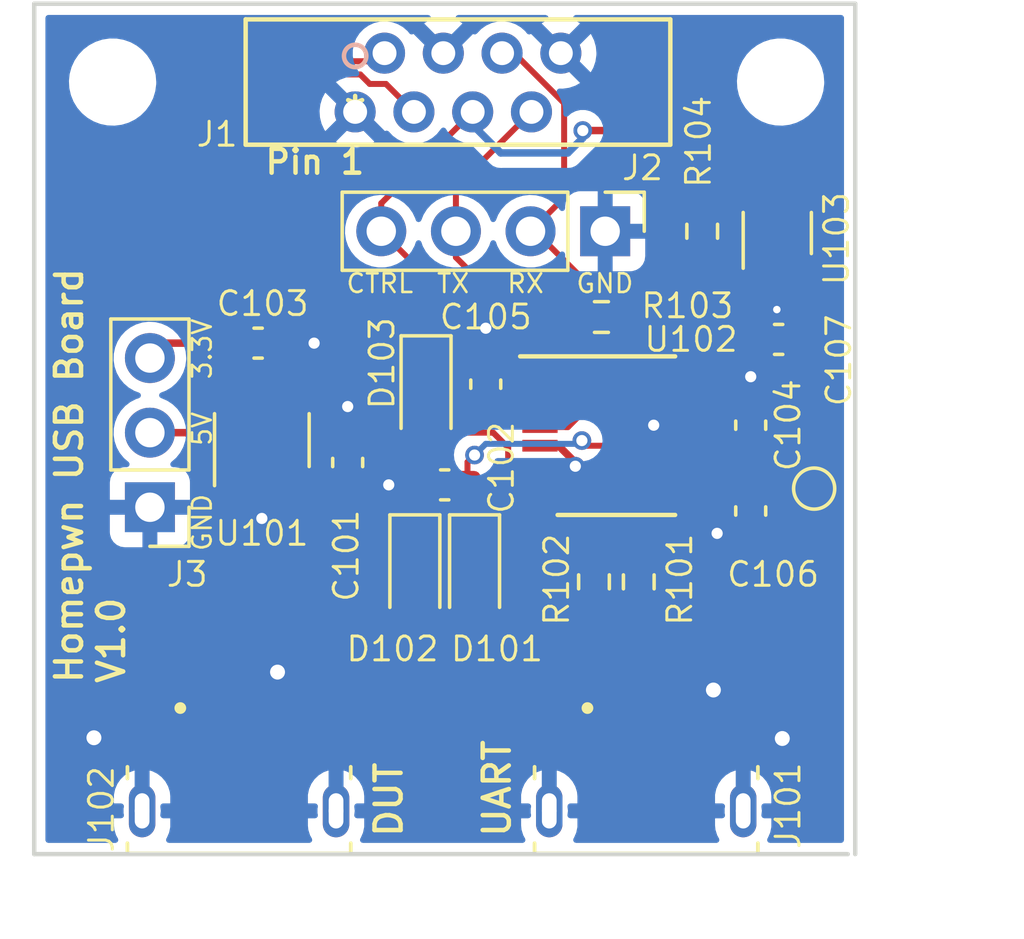
<source format=kicad_pcb>
(kicad_pcb (version 20210228) (generator pcbnew)
  (layers (0 "F.Cu" signal) (31 "B.Cu" signal) (34 "B.Paste" user) (35 "F.Paste" user) (36 "B.SilkS" user "B.Silkscreen") (37 "F.SilkS" user "F.Silkscreen") (38 "B.Mask" user) (39 "F.Mask" user) (44 "Edge.Cuts" user))
  (net 0 "")
  (net 1 "GND")
  (net 2 "+5V")
  (net 3 "+1V8")
  (net 4 "/USBR2D_N")
  (net 5 "/USBR2D_P")
  (net 6 "/HP_CTRL_PIN")
  (net 7 "Net-(D101-Pad2)")
  (net 8 "+3V3")
  (net 9 "Net-(D102-Pad2)")
  (net 10 "/HP_5V_CTRL")
  (net 11 "Net-(R104-Pad2)")
  (net 12 "Net-(D103-Pad2)")
  (net 13 "Net-(J101-Pad4)")
  (net 14 "Net-(J102-Pad4)")
  (net 15 "/USBC2R_P")
  (net 16 "/USBC2R_N")
  (net 17 "Net-(U102-Pad14)")
  (net 18 "Net-(U102-Pad15)")
  (net 19 "/HP_USB_D_P")
  (net 20 "/HP_USB_D_N")
  (net 21 "/HP_TXO_FROM_DUT")
  (net 22 "/HP_RXI_TO_DUT")
  (footprint "lib:FCI_10118193-0001LF" (layer "F.Cu") (at 170.18 121.4628)
    (fp_text reference "J101" (at 4.826 -0.1778 270) (layer "F.SilkS") (effects (font (size 0.8128 0.8128) (thickness 0.1016))))
    (fp_text value "USB_B_Micro")
    (pad "1" smd rect (at -1.3 -2.975) (size 0.4 1.95) (layers "F.Cu" "F.Paste" "F.Mask") (net 7 "Net-(D101-Pad2)"))
    (pad "2" smd rect (at -0.65 -2.975) (size 0.4 1.95) (layers "F.Cu" "F.Paste" "F.Mask") (net 16 "/USBC2R_N"))
    (pad "3" smd rect (at 0 -2.975) (size 0.4 1.95) (layers "F.Cu" "F.Paste" "F.Mask") (net 15 "/USBC2R_P"))
    (pad "4" smd rect (at 0.65 -2.975) (size 0.4 1.95) (layers "F.Cu" "F.Paste" "F.Mask") (net 13 "Net-(J101-Pad4)"))
    (pad "5" smd rect (at 1.3 -2.975) (size 0.4 1.95) (layers "F.Cu" "F.Paste" "F.Mask") (net 1 "GND"))
    (pad "None" np_thru_hole circle (at -3.3 0) (size 0.5 0.5) (drill 0.5) (layers *.Cu *.Mask))
    (pad "None" np_thru_hole circle (at 3.3 0) (size 0.5 0.5) (drill 0.5) (layers *.Cu *.Mask))
    (pad "S1" smd rect (at -3.2 -2.45) (size 1.6 1.4) (layers "F.Cu" "F.Paste" "F.Mask") (net 1 "GND"))
    (pad "S2" smd rect (at 3.2 -2.45) (size 1.6 1.4) (layers "F.Cu" "F.Paste" "F.Mask") (net 1 "GND"))
    (pad "S3" smd rect (at 1.2 0) (size 1.9 1.9) (layers "F.Cu" "F.Paste" "F.Mask") (net 1 "GND"))
    (pad "S4" smd rect (at -1.2 0) (size 1.9 1.9) (layers "F.Cu" "F.Paste" "F.Mask") (net 1 "GND"))
    (pad "S5" thru_hole oval (at -3.3 0) (size 0.9 1.8) (drill oval 0.5 1.2) (layers *.Cu *.Mask) (net 1 "GND"))
    (pad "S6" thru_hole oval (at 3.3 0) (size 0.9 1.8) (drill oval 0.5 1.2) (layers *.Cu *.Mask) (net 1 "GND"))
  )
  (footprint "Package_TO_SOT_SMD:SOT-363_SC-70-6_Handsoldering" (layer "F.Cu") (at 174.64 101.787 90)
    (fp_text reference "U103" (at -0.194 2.017 90) (layer "F.SilkS") (effects (font (size 0.8128 0.8128) (thickness 0.1016))))
    (fp_text value "TPS22948DCKR")
    (pad "1" smd rect (at -1.33 -0.65 90) (size 1.5 0.4) (layers "F.Cu" "F.Paste" "F.Mask") (net 2 "+5V"))
    (pad "2" smd rect (at -1.33 0 90) (size 1.5 0.4) (layers "F.Cu" "F.Paste" "F.Mask") (net 1 "GND"))
    (pad "3" smd rect (at -1.33 0.65 90) (size 1.5 0.4) (layers "F.Cu" "F.Paste" "F.Mask") (net 10 "/HP_5V_CTRL"))
    (pad "4" smd rect (at 1.33 0.65 90) (size 1.5 0.4) (layers "F.Cu" "F.Paste" "F.Mask"))
    (pad "5" smd rect (at 1.33 0 90) (size 1.5 0.4) (layers "F.Cu" "F.Paste" "F.Mask") (net 11 "Net-(R104-Pad2)"))
    (pad "6" smd rect (at 1.33 -0.65 90) (size 1.5 0.4) (layers "F.Cu" "F.Paste" "F.Mask") (net 6 "/HP_CTRL_PIN"))
  )
  (footprint "Diode_SMD:D_SOD-323_HandSoldering" (layer "F.Cu") (at 164.338 113.284 -90)
    (fp_text reference "D101" (at 2.667 -0.762) (layer "F.SilkS") (effects (font (size 0.8128 0.8128) (thickness 0.1016))))
    (fp_text value "BAT48JFILM")
    (pad "1" smd rect (at -1.25 0 270) (size 1 1) (layers "F.Cu" "F.Paste" "F.Mask") (net 2 "+5V"))
    (pad "2" smd rect (at 1.25 0 270) (size 1 1) (layers "F.Cu" "F.Paste" "F.Mask") (net 7 "Net-(D101-Pad2)"))
  )
  (footprint "Capacitor_SMD:C_0603_1608Metric" (layer "F.Cu") (at 173.736 111.252 -90)
    (fp_text reference "C106" (at 2.159 -0.762 180) (layer "F.SilkS") (effects (font (size 0.8128 0.8128) (thickness 0.1016))))
    (fp_text value "100nF")
    (pad "1" smd roundrect (at -0.775 0 270) (size 0.9 0.95) (layers "F.Cu" "F.Paste" "F.Mask") (net 8 "+3V3"))
    (pad "2" smd roundrect (at 0.775 0 270) (size 0.9 0.95) (layers "F.Cu" "F.Paste" "F.Mask") (net 1 "GND"))
  )
  (footprint "Mounting_Holes:MountingHole_2.2mm_M2" (layer "F.Cu") (at 152.019 96.647)
    (fp_text reference "H104" hide)
    (fp_text value "MountingHole")
    (pad "1" np_thru_hole circle (at 0 0) (size 2.2 2.2) (drill 2.2) (layers *.Cu *.Mask))
  )
  (footprint "Fiducials:Fiducial_0.5mm_Dia_1mm_Outer" (layer "F.Cu") (at 171.958 94.869)
    (fp_text reference "FID101" hide)
    (fp_text value "Fiducial")
    (pad "~" smd circle (at 0 0) (size 0.5 0.5) (layers "F.Cu" "F.Mask") (clearance 0.25))
  )
  (footprint "lib:FCI_10118193-0001LF" (layer "F.Cu") (at 156.324 121.4628)
    (fp_text reference "J102" (at -4.686 -0.0508 270) (layer "F.SilkS") (effects (font (size 0.8128 0.8128) (thickness 0.1016))))
    (fp_text value "USB_B_Micro")
    (pad "1" smd rect (at -1.3 -2.975) (size 0.4 1.95) (layers "F.Cu" "F.Paste" "F.Mask") (net 9 "Net-(D102-Pad2)"))
    (pad "2" smd rect (at -0.65 -2.975) (size 0.4 1.95) (layers "F.Cu" "F.Paste" "F.Mask") (net 20 "/HP_USB_D_N"))
    (pad "3" smd rect (at 0 -2.975) (size 0.4 1.95) (layers "F.Cu" "F.Paste" "F.Mask") (net 19 "/HP_USB_D_P"))
    (pad "4" smd rect (at 0.65 -2.975) (size 0.4 1.95) (layers "F.Cu" "F.Paste" "F.Mask") (net 14 "Net-(J102-Pad4)"))
    (pad "5" smd rect (at 1.3 -2.975) (size 0.4 1.95) (layers "F.Cu" "F.Paste" "F.Mask") (net 1 "GND"))
    (pad "None" np_thru_hole circle (at -3.3 0) (size 0.5 0.5) (drill 0.5) (layers *.Cu *.Mask))
    (pad "None" np_thru_hole circle (at 3.3 0) (size 0.5 0.5) (drill 0.5) (layers *.Cu *.Mask))
    (pad "S1" smd rect (at -3.2 -2.45) (size 1.6 1.4) (layers "F.Cu" "F.Paste" "F.Mask") (net 1 "GND"))
    (pad "S2" smd rect (at 3.2 -2.45) (size 1.6 1.4) (layers "F.Cu" "F.Paste" "F.Mask") (net 1 "GND"))
    (pad "S3" smd rect (at 1.2 0) (size 1.9 1.9) (layers "F.Cu" "F.Paste" "F.Mask") (net 1 "GND"))
    (pad "S4" smd rect (at -1.2 0) (size 1.9 1.9) (layers "F.Cu" "F.Paste" "F.Mask") (net 1 "GND"))
    (pad "S5" thru_hole oval (at -3.3 0) (size 0.9 1.8) (drill oval 0.5 1.2) (layers *.Cu *.Mask) (net 1 "GND"))
    (pad "S6" thru_hole oval (at 3.3 0) (size 0.9 1.8) (drill oval 0.5 1.2) (layers *.Cu *.Mask) (net 1 "GND"))
  )
  (footprint "Resistor_SMD:R_0603_1608Metric" (layer "F.Cu") (at 169.926 113.665 -90)
    (fp_text reference "R101" (at -0.0762 -1.397 90) (layer "F.SilkS") (effects (font (size 0.8128 0.8128) (thickness 0.1016))))
    (fp_text value "27")
    (pad "1" smd roundrect (at -0.825 0 270) (size 0.8 0.95) (layers "F.Cu" "F.Paste" "F.Mask") (net 4 "/USBR2D_N"))
    (pad "2" smd roundrect (at 0.825 0 270) (size 0.8 0.95) (layers "F.Cu" "F.Paste" "F.Mask") (net 16 "/USBC2R_N"))
  )
  (footprint "Capacitor_SMD:C_0603_1608Metric" (layer "F.Cu") (at 160.02 109.601 90)
    (fp_text reference "C101" (at -3.175 -0.0508 270) (layer "F.SilkS") (effects (font (size 0.8128 0.8128) (thickness 0.1016))))
    (fp_text value "1uF")
    (pad "1" smd roundrect (at -0.775 0 90) (size 0.9 0.95) (layers "F.Cu" "F.Paste" "F.Mask") (net 2 "+5V"))
    (pad "2" smd roundrect (at 0.775 0 90) (size 0.9 0.95) (layers "F.Cu" "F.Paste" "F.Mask") (net 1 "GND"))
  )
  (footprint "Capacitor_SMD:C_0603_1608Metric" (layer "F.Cu") (at 163.322 110.363 180)
    (fp_text reference "C102" (at -1.9304 0.5842 270) (layer "F.SilkS") (effects (font (size 0.8128 0.8128) (thickness 0.1016))))
    (fp_text value "10uF")
    (pad "1" smd roundrect (at -0.775 0 180) (size 0.9 0.95) (layers "F.Cu" "F.Paste" "F.Mask") (net 2 "+5V"))
    (pad "2" smd roundrect (at 0.775 0 180) (size 0.9 0.95) (layers "F.Cu" "F.Paste" "F.Mask") (net 1 "GND"))
  )
  (footprint "Capacitor_SMD:C_0603_1608Metric" (layer "F.Cu") (at 156.972 105.537)
    (fp_text reference "C103" (at 0.1524 -1.3462) (layer "F.SilkS") (effects (font (size 0.8128 0.8128) (thickness 0.1016))))
    (fp_text value "1uF")
    (pad "1" smd roundrect (at -0.775 0) (size 0.9 0.95) (layers "F.Cu" "F.Paste" "F.Mask") (net 3 "+1V8"))
    (pad "2" smd roundrect (at 0.775 0) (size 0.9 0.95) (layers "F.Cu" "F.Paste" "F.Mask") (net 1 "GND"))
  )
  (footprint "Capacitor_SMD:C_0603_1608Metric" (layer "F.Cu") (at 173.736 108.331 90)
    (fp_text reference "C104" (at 0 1.27 90) (layer "F.SilkS") (effects (font (size 0.8128 0.8128) (thickness 0.1016))))
    (fp_text value "100nF")
    (pad "1" smd roundrect (at -0.775 0 90) (size 0.9 0.95) (layers "F.Cu" "F.Paste" "F.Mask") (net 2 "+5V"))
    (pad "2" smd roundrect (at 0.775 0 90) (size 0.9 0.95) (layers "F.Cu" "F.Paste" "F.Mask") (net 1 "GND"))
  )
  (footprint "Capacitor_SMD:C_0603_1608Metric" (layer "F.Cu") (at 164.719 106.934 90)
    (fp_text reference "C105" (at 2.286 0 180) (layer "F.SilkS") (effects (font (size 0.8128 0.8128) (thickness 0.1016))))
    (fp_text value "100nF")
    (pad "1" smd roundrect (at -0.775 0 90) (size 0.9 0.95) (layers "F.Cu" "F.Paste" "F.Mask") (net 3 "+1V8"))
    (pad "2" smd roundrect (at 0.775 0 90) (size 0.9 0.95) (layers "F.Cu" "F.Paste" "F.Mask") (net 1 "GND"))
  )
  (footprint "Capacitor_SMD:C_0603_1608Metric" (layer "F.Cu") (at 174.686544 105.41)
    (fp_text reference "C107" (at 2.046656 0.7112 90) (layer "F.SilkS") (effects (font (size 0.8128 0.8128) (thickness 0.1016))))
    (fp_text value "1uF")
    (pad "1" smd roundrect (at -0.775 0) (size 0.9 0.95) (layers "F.Cu" "F.Paste" "F.Mask") (net 2 "+5V"))
    (pad "2" smd roundrect (at 0.775 0) (size 0.9 0.95) (layers "F.Cu" "F.Paste" "F.Mask") (net 1 "GND"))
  )
  (footprint "Diode_SMD:D_SOD-323_HandSoldering" (layer "F.Cu") (at 162.306 113.284 -90)
    (fp_text reference "D102" (at 2.667 0.762) (layer "F.SilkS") (effects (font (size 0.8128 0.8128) (thickness 0.1016))))
    (fp_text value "BAT48JFILM")
    (pad "1" smd rect (at -1.25 0 270) (size 1 1) (layers "F.Cu" "F.Paste" "F.Mask") (net 2 "+5V"))
    (pad "2" smd rect (at 1.25 0 270) (size 1 1) (layers "F.Cu" "F.Paste" "F.Mask") (net 9 "Net-(D102-Pad2)"))
  )
  (footprint "Diode_SMD:D_SOD-323_HandSoldering" (layer "F.Cu") (at 162.687 107.188 -90)
    (fp_text reference "D103" (at -0.9652 1.4986 -90) (layer "F.SilkS") (effects (font (size 0.8128 0.8128) (thickness 0.1016))))
    (fp_text value "BAT48JFILM")
    (pad "1" smd rect (at -1.25 0 270) (size 1 1) (layers "F.Cu" "F.Paste" "F.Mask") (net 6 "/HP_CTRL_PIN"))
    (pad "2" smd rect (at 1.25 0 270) (size 1 1) (layers "F.Cu" "F.Paste" "F.Mask") (net 12 "Net-(D103-Pad2)"))
  )
  (footprint "Fiducials:Fiducial_0.5mm_Dia_1mm_Outer" (layer "F.Cu") (at 150.368 121.793)
    (fp_text reference "FID102" hide)
    (fp_text value "Fiducial")
    (pad "~" smd circle (at 0 0) (size 0.5 0.5) (layers "F.Cu" "F.Mask") (clearance 0.25))
  )
  (footprint "Fiducials:Fiducial_0.5mm_Dia_1mm_Outer" (layer "F.Cu") (at 176.276 121.793)
    (fp_text reference "FID103" hide)
    (fp_text value "Fiducial")
    (pad "~" smd circle (at 0 0) (size 0.5 0.5) (layers "F.Cu" "F.Mask") (clearance 0.25))
  )
  (footprint "Fiducials:Fiducial_0.5mm_Dia_1mm_Outer" (layer "F.Cu") (at 155.448 94.996)
    (fp_text reference "FID104" hide)
    (fp_text value "Fiducial")
    (pad "~" smd circle (at 0 0) (size 0.5 0.5) (layers "F.Cu" "F.Mask") (clearance 0.25))
  )
  (footprint "Mounting_Holes:MountingHole_2.2mm_M2" (layer "F.Cu") (at 174.752 96.647)
    (fp_text reference "H102" hide)
    (fp_text value "MountingHole")
    (pad "1" np_thru_hole circle (at 0 0) (size 2.2 2.2) (drill 2.2) (layers *.Cu *.Mask))
  )
  (footprint "Resistor_SMD:R_0603_1608Metric" (layer "F.Cu") (at 168.402 113.665 -90)
    (fp_text reference "R102" (at -0.0762 1.27 -90) (layer "F.SilkS") (effects (font (size 0.8128 0.8128) (thickness 0.1016))))
    (fp_text value "27")
    (pad "1" smd roundrect (at -0.825 0 270) (size 0.8 0.95) (layers "F.Cu" "F.Paste" "F.Mask") (net 5 "/USBR2D_P"))
    (pad "2" smd roundrect (at 0.825 0 270) (size 0.8 0.95) (layers "F.Cu" "F.Paste" "F.Mask") (net 15 "/USBC2R_P"))
  )
  (footprint "Resistor_SMD:R_0603_1608Metric" (layer "F.Cu") (at 168.656 104.648)
    (fp_text reference "R103" (at 2.921 -0.381 180) (layer "F.SilkS") (effects (font (size 0.8128 0.8128) (thickness 0.1016))))
    (fp_text value "10k")
    (pad "1" smd roundrect (at -0.825 0) (size 0.8 0.95) (layers "F.Cu" "F.Paste" "F.Mask") (net 3 "+1V8"))
    (pad "2" smd roundrect (at 0.825 0) (size 0.8 0.95) (layers "F.Cu" "F.Paste" "F.Mask") (net 10 "/HP_5V_CTRL"))
  )
  (footprint "Resistor_SMD:R_0603_1608Metric" (layer "F.Cu") (at 172.085 101.727 -90)
    (fp_text reference "R104" (at -3.048 0.127 -90) (layer "F.SilkS") (effects (font (size 0.8128 0.8128) (thickness 0.1016))))
    (fp_text value "10k")
    (pad "1" smd roundrect (at -0.825 0 270) (size 0.8 0.95) (layers "F.Cu" "F.Paste" "F.Mask") (net 6 "/HP_CTRL_PIN"))
    (pad "2" smd roundrect (at 0.825 0 270) (size 0.8 0.95) (layers "F.Cu" "F.Paste" "F.Mask") (net 11 "Net-(R104-Pad2)"))
  )
  (footprint "Package_TO_SOT_SMD:SOT-23-5_HandSoldering" (layer "F.Cu") (at 157.099 108.839 90)
    (fp_text reference "U101" (at -3.175 0 180) (layer "F.SilkS") (effects (font (size 0.8128 0.8128) (thickness 0.1016))))
    (fp_text value "AP2127K-1.8")
    (pad "1" smd rect (at -1.35 -0.95 90) (size 1.56 0.65) (layers "F.Cu" "F.Paste" "F.Mask") (net 2 "+5V"))
    (pad "2" smd rect (at -1.35 0 90) (size 1.56 0.65) (layers "F.Cu" "F.Paste" "F.Mask") (net 1 "GND"))
    (pad "3" smd rect (at -1.35 0.95 90) (size 1.56 0.65) (layers "F.Cu" "F.Paste" "F.Mask") (net 2 "+5V"))
    (pad "4" smd rect (at 1.35 0.95 90) (size 1.56 0.65) (layers "F.Cu" "F.Paste" "F.Mask"))
    (pad "5" smd rect (at 1.35 -0.95 90) (size 1.56 0.65) (layers "F.Cu" "F.Paste" "F.Mask") (net 3 "+1V8"))
  )
  (footprint "Package_SO:SSOP-16_3.9x4.9mm_P0.635mm" (layer "F.Cu") (at 169.164 108.712)
    (fp_text reference "U102" (at 2.54 -3.302) (layer "F.SilkS") (effects (font (size 0.8128 0.8128) (thickness 0.1016))))
    (fp_text value "FT230XS")
    (pad "1" smd rect (at -2.6 -2.2225) (size 1.2 0.4) (layers "F.Cu" "F.Paste" "F.Mask") (net 22 "/HP_RXI_TO_DUT"))
    (pad "2" smd rect (at -2.6 -1.5875) (size 1.2 0.4) (layers "F.Cu" "F.Paste" "F.Mask"))
    (pad "3" smd rect (at -2.6 -0.9525) (size 1.2 0.4) (layers "F.Cu" "F.Paste" "F.Mask") (net 3 "+1V8"))
    (pad "4" smd rect (at -2.6 -0.3175) (size 1.2 0.4) (layers "F.Cu" "F.Paste" "F.Mask") (net 21 "/HP_TXO_FROM_DUT"))
    (pad "5" smd rect (at -2.6 0.3175) (size 1.2 0.4) (layers "F.Cu" "F.Paste" "F.Mask") (net 1 "GND"))
    (pad "6" smd rect (at -2.6 0.9525) (size 1.2 0.4) (layers "F.Cu" "F.Paste" "F.Mask"))
    (pad "7" smd rect (at -2.6 1.5875) (size 1.2 0.4) (layers "F.Cu" "F.Paste" "F.Mask") (net 12 "Net-(D103-Pad2)"))
    (pad "8" smd rect (at -2.6 2.2225) (size 1.2 0.4) (layers "F.Cu" "F.Paste" "F.Mask") (net 5 "/USBR2D_P"))
    (pad "9" smd rect (at 2.6 2.2225) (size 1.2 0.4) (layers "F.Cu" "F.Paste" "F.Mask") (net 4 "/USBR2D_N"))
    (pad "10" smd rect (at 2.6 1.5875) (size 1.2 0.4) (layers "F.Cu" "F.Paste" "F.Mask") (net 8 "+3V3"))
    (pad "11" smd rect (at 2.6 0.9525) (size 1.2 0.4) (layers "F.Cu" "F.Paste" "F.Mask") (net 8 "+3V3"))
    (pad "12" smd rect (at 2.6 0.3175) (size 1.2 0.4) (layers "F.Cu" "F.Paste" "F.Mask") (net 2 "+5V"))
    (pad "13" smd rect (at 2.6 -0.3175) (size 1.2 0.4) (layers "F.Cu" "F.Paste" "F.Mask") (net 1 "GND"))
    (pad "14" smd rect (at 2.6 -0.9525) (size 1.2 0.4) (layers "F.Cu" "F.Paste" "F.Mask") (net 17 "Net-(U102-Pad14)"))
    (pad "15" smd rect (at 2.6 -1.5875) (size 1.2 0.4) (layers "F.Cu" "F.Paste" "F.Mask") (net 18 "Net-(U102-Pad15)"))
    (pad "16" smd rect (at 2.6 -2.2225) (size 1.2 0.4) (layers "F.Cu" "F.Paste" "F.Mask") (net 10 "/HP_5V_CTRL"))
  )
  (footprint "TestPoint:TestPoint_Pad_D1.0mm" (layer "F.Cu") (at 175.895 110.49)
    (fp_text reference "TP103" hide)
    (fp_text value "TestPoint")
    (pad "1" smd circle (at 0 0) (size 1 1) (layers "F.Cu" "F.Mask") (net 8 "+3V3"))
  )
  (footprint "footprints:SLW8S-1C7LF" (layer "F.Cu") (at 160.274 97.663)
    (fp_text reference "J1" (at -4.699 0.762 180) (layer "F.SilkS") (effects (font (size 0.8128 0.8128) (thickness 0.1016))))
    (fp_text value "Conn_01x08_Female" hide)
    (fp_text user "*" (at 0 0) (layer "F.SilkS"))
    (pad "1" thru_hole circle (at 0 0) (size 1.397 1.397) (drill 0.8128) (layers *.Cu *.Mask) (net 1 "GND"))
    (pad "2" thru_hole circle (at 1.000001 -2.000001) (size 1.397 1.397) (drill 0.8128) (layers *.Cu *.Mask) (net 20 "/HP_USB_D_N"))
    (pad "3" thru_hole circle (at 2.000001 0) (size 1.397 1.397) (drill 0.8128) (layers *.Cu *.Mask) (net 19 "/HP_USB_D_P"))
    (pad "4" thru_hole circle (at 3.000002 -2.000001) (size 1.397 1.397) (drill 0.8128) (layers *.Cu *.Mask) (net 1 "GND"))
    (pad "5" thru_hole circle (at 4 0) (size 1.397 1.397) (drill 0.8128) (layers *.Cu *.Mask) (net 6 "/HP_CTRL_PIN"))
    (pad "6" thru_hole circle (at 5 -2.000001) (size 1.397 1.397) (drill 0.8128) (layers *.Cu *.Mask) (net 21 "/HP_TXO_FROM_DUT"))
    (pad "7" thru_hole circle (at 6.000001 0) (size 1.397 1.397) (drill 0.8128) (layers *.Cu *.Mask) (net 22 "/HP_RXI_TO_DUT"))
    (pad "8" thru_hole circle (at 7.000001 -2.000001) (size 1.397 1.397) (drill 0.8128) (layers *.Cu *.Mask) (net 1 "GND"))
  )
  (footprint "Connector_PinHeader_2.54mm:PinHeader_1x04_P2.54mm_Vertical" (layer "F.Cu") (at 168.783 101.727 -90)
    (fp_text reference "J2" (at -2.159 -1.27 180) (layer "F.SilkS") (effects (font (size 0.8128 0.8128) (thickness 0.1016))))
    (fp_text value "Conn_01x04")
    (pad "1" thru_hole rect (at 0 0 270) (size 1.7 1.7) (drill 1) (layers *.Cu *.Mask) (net 1 "GND"))
    (pad "2" thru_hole oval (at 0 2.54 270) (size 1.7 1.7) (drill 1) (layers *.Cu *.Mask) (net 21 "/HP_TXO_FROM_DUT"))
    (pad "3" thru_hole oval (at 0 5.08 270) (size 1.7 1.7) (drill 1) (layers *.Cu *.Mask) (net 22 "/HP_RXI_TO_DUT"))
    (pad "4" thru_hole oval (at 0 7.62 270) (size 1.7 1.7) (drill 1) (layers *.Cu *.Mask) (net 6 "/HP_CTRL_PIN"))
  )
  (footprint "Connector_PinHeader_2.54mm:PinHeader_1x03_P2.54mm_Vertical" (layer "F.Cu") (at 153.289 111.125 180)
    (fp_text reference "J3" (at -1.27 -2.286) (layer "F.SilkS") (effects (font (size 0.8128 0.8128) (thickness 0.1016))))
    (fp_text value "Conn_01x03_Male")
    (pad "1" thru_hole rect (at 0 0 180) (size 1.7 1.7) (drill 1) (layers *.Cu *.Mask) (net 1 "GND"))
    (pad "2" thru_hole oval (at 0 2.54 180) (size 1.7 1.7) (drill 1) (layers *.Cu *.Mask) (net 2 "+5V"))
    (pad "3" thru_hole oval (at 0 5.08 180) (size 1.7 1.7) (drill 1) (layers *.Cu *.Mask) (net 3 "+1V8"))
  )
  (gr_line (start 149.352 122.936) (end 177.038 122.936) (layer "Edge.Cuts") (width 0.15))
  (gr_line (start 177.292 122.936) (end 177.292 93.98) (layer "Edge.Cuts") (width 0.15))
  (gr_line (start 177.292 93.98) (end 149.352 93.98) (layer "Edge.Cuts") (width 0.15))
  (gr_line (start 149.352 93.98) (end 149.352 122.936) (layer "Edge.Cuts") (width 0.15))
  (gr_text "RX" (at 166.751 103.505) (layer "F.SilkS") (effects (font (size 0.635 0.635) (thickness 0.0889)) (justify right)))
  (gr_text "Pin 1" (at 158.9024 99.3648) (layer "F.SilkS") (effects (font (size 0.8128 0.8128) (thickness 0.1524))))
  (gr_text "Homepwn USB Board\nV1.0" (at 151.257 117.1956 90) (layer "F.SilkS") (effects (font (size 0.889 0.889) (thickness 0.1524)) (justify left)))
  (gr_text "TX" (at 164.211 103.505) (layer "F.SilkS") (effects (font (size 0.635 0.635) (thickness 0.0889)) (justify right)))
  (gr_text "GND" (at 169.799 103.505) (layer "F.SilkS") (effects (font (size 0.635 0.635) (thickness 0.0889)) (justify right)))
  (gr_text "GND" (at 155.067 110.617 90) (layer "F.SilkS") (effects (font (size 0.635 0.635) (thickness 0.0889)) (justify right)))
  (gr_text "3.3V" (at 155.067 104.648 90) (layer "F.SilkS") (effects (font (size 0.635 0.635) (thickness 0.0889)) (justify right)))
  (gr_text "CTRL" (at 162.306 103.505) (layer "F.SilkS") (effects (font (size 0.635 0.635) (thickness 0.0889)) (justify right)))
  (gr_text "5V" (at 155.067 107.823 90) (layer "F.SilkS") (effects (font (size 0.635 0.635) (thickness 0.0889)) (justify right)))
  (gr_text "UART" (at 165.1 122.428 90) (layer "F.SilkS") (effects (font (size 0.889 0.889) (thickness 0.1524)) (justify left)))
  (gr_text "DUT" (at 161.417 122.428 90) (layer "F.SilkS") (effects (font (size 0.889 0.889) (thickness 0.1524)) (justify left)))
  (segment (start 164.719 106.159) (end 164.719 105.029) (width 0.254) (layer "F.Cu") (net 1))
  (segment (start 171.764 108.3945) (end 172.9225 108.3945) (width 0.254) (layer "F.Cu") (net 1))
  (segment (start 157.624 118.4878) (end 157.624 117.0132) (width 0.254) (layer "F.Cu") (net 1))
  (segment (start 157.722 105.537) (end 158.877 105.537) (width 0.254) (layer "F.Cu") (net 1))
  (segment (start 171.48 117.572) (end 171.704 117.348) (width 0.254) (layer "F.Cu") (net 1))
  (segment (start 171.764 108.3945) (end 170.4975 108.3945) (width 0.254) (layer "F.Cu") (net 1))
  (segment (start 151.4232 118.9344) (end 151.384 118.9736) (width 0.254) (layer "F.Cu") (net 1))
  (segment (start 152.9084 118.9344) (end 151.4232 118.9344) (width 0.254) (layer "F.Cu") (net 1))
  (segment (start 160.02 108.851) (end 160.02 107.696) (width 0.254) (layer "F.Cu") (net 1))
  (segment (start 174.64 104.379) (end 174.625 104.394) (width 0.254) (layer "F.Cu") (net 1))
  (segment (start 170.4975 108.3945) (end 170.434 108.331) (width 0.254) (layer "F.Cu") (net 1))
  (segment (start 173.2864 119.052) (end 174.7716 119.052) (width 0.254) (layer "F.Cu") (net 1))
  (segment (start 167.1955 109.0295) (end 167.767 109.601) (width 0.254) (layer "F.Cu") (net 1))
  (segment (start 171.704 117.348) (end 172.466 117.348) (width 0.254) (layer "F.Cu") (net 1))
  (segment (start 173.736 112.002) (end 172.605 112.002) (width 0.254) (layer "F.Cu") (net 1))
  (segment (start 174.625 104.394) (end 174.625 104.573456) (width 0.254) (layer "F.Cu") (net 1))
  (segment (start 172.605 112.002) (end 172.593 112.014) (width 0.254) (layer "F.Cu") (net 1))
  (segment (start 171.48 118.4878) (end 171.48 117.572) (width 0.254) (layer "F.Cu") (net 1))
  (segment (start 166.564 109.0295) (end 167.1955 109.0295) (width 0.254) (layer "F.Cu") (net 1))
  (segment (start 174.7716 119.052) (end 174.8108 119.0912) (width 0.254) (layer "F.Cu") (net 1))
  (segment (start 157.099 110.189) (end 157.099 111.506) (width 0.254) (layer "F.Cu") (net 1))
  (segment (start 172.9225 108.3945) (end 173.736 107.581) (width 0.254) (layer "F.Cu") (net 1))
  (segment (start 173.736 107.581) (end 173.736 106.68) (width 0.254) (layer "F.Cu") (net 1))
  (segment (start 174.64 103.117) (end 174.64 104.379) (width 0.254) (layer "F.Cu") (net 1))
  (segment (start 174.625 104.573456) (end 175.461544 105.41) (width 0.254) (layer "F.Cu") (net 1))
  (segment (start 162.572 110.363) (end 161.417 110.363) (width 0.254) (layer "F.Cu") (net 1))
  (via (at 164.719 105.029) (size 0.635) (drill 0.381) (layers "F.Cu" "B.Cu") (net 1))
  (via (at 174.8108 118.999) (size 0.762) (drill 0.508) (layers "F.Cu" "B.Cu") (net 1))
  (via (at 157.099 111.506) (size 0.635) (drill 0.381) (layers "F.Cu" "B.Cu") (net 1))
  (via (at 172.593 112.014) (size 0.635) (drill 0.381) (layers "F.Cu" "B.Cu") (net 1))
  (via (at 157.6324 116.7384) (size 0.762) (drill 0.508) (layers "F.Cu" "B.Cu") (net 1))
  (via (at 158.877 105.537) (size 0.635) (drill 0.381) (layers "F.Cu" "B.Cu") (net 1))
  (via (at 172.466 117.348) (size 0.762) (drill 0.508) (layers "F.Cu" "B.Cu") (net 1))
  (via (at 160.02 107.696) (size 0.635) (drill 0.381) (layers "F.Cu" "B.Cu") (net 1))
  (via (at 161.417 110.363) (size 0.635) (drill 0.381) (layers "F.Cu" "B.Cu") (net 1))
  (via (at 151.384 118.9736) (size 0.762) (drill 0.508) (layers "F.Cu" "B.Cu") (net 1))
  (via (at 170.434 108.331) (size 0.635) (drill 0.381) (layers "F.Cu" "B.Cu") (net 1))
  (via (at 167.767 109.728) (size 0.635) (drill 0.381) (layers "F.Cu" "B.Cu") (net 1))
  (via (at 173.736 106.68) (size 0.635) (drill 0.381) (layers "F.Cu" "B.Cu") (net 1))
  (via (at 174.625 104.394) (size 0.508) (drill 0.254) (layers "F.Cu" "B.Cu") (net 1))
  (segment (start 157.922 110.189) (end 159.858 110.189) (width 0.254) (layer "F.Cu") (net 2))
  (segment (start 173.736 109.081) (end 171.8155 109.081) (width 0.254) (layer "F.Cu") (net 2))
  (segment (start 156.215 112.019) (end 156.591 112.395) (width 0.254) (layer "F.Cu") (net 2))
  (segment (start 157.607 112.395) (end 157.988 112.014) (width 0.254) (layer "F.Cu") (net 2))
  (segment (start 164.097 109.588) (end 164.338 109.347) (width 0.2032) (layer "F.Cu") (net 2))
  (segment (start 171.8155 109.081) (end 171.764 109.0295) (width 0.254) (layer "F.Cu") (net 2))
  (segment (start 167.990305 108.854392) (end 168.165413 109.0295) (width 0.2032) (layer "F.Cu") (net 2))
  (segment (start 164.072 110.363) (end 164.072 111.768) (width 0.254) (layer "F.Cu") (net 2))
  (segment (start 161.703 112.034) (end 162.306 112.034) (width 0.254) (layer "F.Cu") (net 2))
  (segment (start 157.988 112.014) (end 157.988 110.316) (width 0.254) (layer "F.Cu") (net 2))
  (segment (start 174.485 109.106) (end 173.736 109.106) (width 0.254) (layer "F.Cu") (net 2))
  (segment (start 154.545 108.585) (end 153.289 108.585) (width 0.254) (layer "F.Cu") (net 2))
  (segment (start 156.149 110.189) (end 154.545 108.585) (width 0.254) (layer "F.Cu") (net 2))
  (segment (start 173.99 103.117) (end 173.99 104.935) (width 0.254) (layer "F.Cu") (net 2))
  (segment (start 156.215 110.189) (end 156.215 112.019) (width 0.254) (layer "F.Cu") (net 2))
  (segment (start 156.591 112.395) (end 157.607 112.395) (width 0.254) (layer "F.Cu") (net 2))
  (segment (start 157.988 110.316) (end 158.115 110.189) (width 0.254) (layer "F.Cu") (net 2))
  (segment (start 173.911544 105.41) (end 175.26 106.758456) (width 0.254) (layer "F.Cu") (net 2))
  (segment (start 164.072 111.768) (end 164.338 112.034) (width 0.254) (layer "F.Cu") (net 2))
  (segment (start 175.26 106.758456) (end 175.26 108.331) (width 0.254) (layer "F.Cu") (net 2))
  (segment (start 159.858 110.189) (end 160.02 110.351) (width 0.254) (layer "F.Cu") (net 2))
  (segment (start 160.02 110.351) (end 161.703 112.034) (width 0.254) (layer "F.Cu") (net 2))
  (segment (start 164.097 110.363) (end 164.097 109.588) (width 0.2032) (layer "F.Cu") (net 2))
  (segment (start 173.99 104.935) (end 174.017 104.962) (width 0.254) (layer "F.Cu") (net 2))
  (segment (start 175.26 108.331) (end 174.485 109.106) (width 0.254) (layer "F.Cu") (net 2))
  (segment (start 168.165413 109.0295) (end 171.764 109.0295) (width 0.2032) (layer "F.Cu") (net 2))
  (segment (start 162.306 112.034) (end 164.338 112.034) (width 0.254) (layer "F.Cu") (net 2))
  (via (at 164.338 109.347) (size 0.635) (drill 0.381) (layers "F.Cu" "B.Cu") (net 2))
  (via (at 167.990317 108.854392) (size 0.635) (drill 0.381) (layers "F.Cu" "B.Cu") (net 2))
  (segment (start 167.767 108.966) (end 167.878608 108.854392) (width 0.2032) (layer "B.Cu") (net 2))
  (segment (start 164.719 108.966) (end 167.767 108.966) (width 0.2032) (layer "B.Cu") (net 2))
  (segment (start 167.878608 108.854392) (end 167.990305 108.854392) (width 0.2032) (layer "B.Cu") (net 2))
  (segment (start 164.338 109.347) (end 164.719 108.966) (width 0.2032) (layer "B.Cu") (net 2))
  (segment (start 156.022 107.489) (end 156.022 105.737) (width 0.254) (layer "F.Cu") (net 3))
  (segment (start 167.767 107.569) (end 167.831 107.505) (width 0.254) (layer "F.Cu") (net 3))
  (segment (start 153.289 106.045) (end 153.797 105.537) (width 0.254) (layer "F.Cu") (net 3))
  (segment (start 156.022 105.737) (end 156.222 105.537) (width 0.254) (layer "F.Cu") (net 3))
  (segment (start 167.831 107.505) (end 167.831 104.648) (width 0.254) (layer "F.Cu") (net 3))
  (segment (start 166.564 107.7595) (end 164.7945 107.7595) (width 0.254) (layer "F.Cu") (net 3))
  (segment (start 166.564 107.7595) (end 167.5765 107.7595) (width 0.254) (layer "F.Cu") (net 3))
  (segment (start 159.2834 104.4194) (end 161.9758 107.1118) (width 0.254) (layer "F.Cu") (net 3))
  (segment (start 156.222 105.537) (end 157.3396 104.4194) (width 0.254) (layer "F.Cu") (net 3))
  (segment (start 153.797 105.537) (end 156.197 105.537) (width 0.254) (layer "F.Cu") (net 3))
  (segment (start 164.7945 107.7595) (end 164.719 107.684) (width 0.254) (layer "F.Cu") (net 3))
  (segment (start 157.3396 104.4194) (end 159.2834 104.4194) (width 0.254) (layer "F.Cu") (net 3))
  (segment (start 167.5765 107.7595) (end 167.767 107.569) (width 0.254) (layer "F.Cu") (net 3))
  (segment (start 164.1468 107.1118) (end 164.719 107.684) (width 0.254) (layer "F.Cu") (net 3))
  (segment (start 161.9758 107.1118) (end 164.1468 107.1118) (width 0.254) (layer "F.Cu") (net 3))
  (segment (start 171.764 110.9345) (end 170.4467 110.9345) (width 0.1778) (layer "F.Cu") (net 4))
  (segment (start 169.926 111.4552) (end 169.926 112.84) (width 0.1778) (layer "F.Cu") (net 4))
  (segment (start 170.4467 110.9345) (end 169.926 111.4552) (width 0.1778) (layer "F.Cu") (net 4))
  (segment (start 167.7289 110.9345) (end 168.402 111.6076) (width 0.1778) (layer "F.Cu") (net 5))
  (segment (start 166.564 110.9345) (end 167.7289 110.9345) (width 0.1778) (layer "F.Cu") (net 5))
  (segment (start 168.402 111.6076) (end 168.402 112.84) (width 0.1778) (layer "F.Cu") (net 5))
  (segment (start 161.163 100.774) (end 161.163 101.727) (width 0.2032) (layer "F.Cu") (net 6))
  (segment (start 169.481 98.298) (end 172.085 100.902) (width 0.254) (layer "F.Cu") (net 6))
  (segment (start 168.021 98.298) (end 169.481 98.298) (width 0.254) (layer "F.Cu") (net 6))
  (segment (start 173.99 100.457) (end 172.53 100.457) (width 0.254) (layer "F.Cu") (net 6))
  (segment (start 161.163 101.727) (end 162.687 103.251) (width 0.2032) (layer "F.Cu") (net 6))
  (segment (start 162.687 103.251) (end 162.687 105.938) (width 0.2032) (layer "F.Cu") (net 6))
  (segment (start 162.75 105.875) (end 162.687 105.938) (width 0.254) (layer "F.Cu") (net 6))
  (segment (start 172.53 100.457) (end 172.085 100.902) (width 0.254) (layer "F.Cu") (net 6))
  (segment (start 164.274 97.663) (end 161.163 100.774) (width 0.2032) (layer "F.Cu") (net 6))
  (via (at 168.021 98.298) (size 0.635) (drill 0.381) (layers "F.Cu" "B.Cu") (net 6))
  (segment (start 167.513 99.06) (end 168.021 98.552) (width 0.254) (layer "B.Cu") (net 6))
  (segment (start 168.021 98.552) (end 168.021 98.298) (width 0.254) (layer "B.Cu") (net 6))
  (segment (start 165.227 99.06) (end 167.513 99.06) (width 0.254) (layer "B.Cu") (net 6))
  (segment (start 164.274 98.107) (end 165.227 99.06) (width 0.254) (layer "B.Cu") (net 6))
  (segment (start 164.274 97.663) (end 164.274 98.107) (width 0.254) (layer "B.Cu") (net 6))
  (segment (start 165.908402 114.534) (end 164.338 114.534) (width 0.2032) (layer "F.Cu") (net 7))
  (segment (start 168.88 117.505598) (end 165.908402 114.534) (width 0.2032) (layer "F.Cu") (net 7))
  (segment (start 168.88 118.4878) (end 168.88 117.505598) (width 0.2032) (layer "F.Cu") (net 7))
  (segment (start 175.882 110.477) (end 175.895 110.49) (width 0.2032) (layer "F.Cu") (net 8))
  (segment (start 171.764 109.6645) (end 172.8985 109.6645) (width 0.254) (layer "F.Cu") (net 8))
  (segment (start 173.5335 110.2995) (end 173.736 110.502) (width 0.254) (layer "F.Cu") (net 8))
  (segment (start 171.764 110.2995) (end 173.5335 110.2995) (width 0.254) (layer "F.Cu") (net 8))
  (segment (start 173.736 110.477) (end 175.882 110.477) (width 0.2032) (layer "F.Cu") (net 8))
  (segment (start 172.8985 109.6645) (end 173.736 110.502) (width 0.254) (layer "F.Cu") (net 8))
  (segment (start 155.024 118.4878) (end 155.024 119.515722) (width 0.254) (layer "F.Cu") (net 9))
  (segment (start 158.2928 118.241078) (end 161.999878 114.534) (width 0.254) (layer "F.Cu") (net 9))
  (segment (start 158.2928 119.496922) (end 158.2928 118.241078) (width 0.254) (layer "F.Cu") (net 9))
  (segment (start 157.800122 119.9896) (end 158.2928 119.496922) (width 0.254) (layer "F.Cu") (net 9))
  (segment (start 155.497878 119.9896) (end 157.800122 119.9896) (width 0.254) (layer "F.Cu") (net 9))
  (segment (start 161.999878 114.534) (end 162.306 114.534) (width 0.254) (layer "F.Cu") (net 9))
  (segment (start 155.024 119.515722) (end 155.497878 119.9896) (width 0.254) (layer "F.Cu") (net 9))
  (segment (start 175.29 103.117) (end 175.29 102.421854) (width 0.2032) (layer "F.Cu") (net 10))
  (segment (start 171.764 105.47) (end 171.764 106.4895) (width 0.2032) (layer "F.Cu") (net 10))
  (segment (start 172.81401 102.947844) (end 172.806222 102.947844) (width 0.2032) (layer "F.Cu") (net 10))
  (segment (start 169.481 104.648) (end 170.942 104.648) (width 0.2032) (layer "F.Cu") (net 10))
  (segment (start 172.81401 102.947844) (end 171.113854 104.648) (width 0.2032) (layer "F.Cu") (net 10))
  (segment (start 173.674264 102.08759) (end 172.81401 102.947844) (width 0.2032) (layer "F.Cu") (net 10))
  (segment (start 174.955736 102.08759) (end 173.674264 102.08759) (width 0.2032) (layer "F.Cu") (net 10))
  (segment (start 171.113854 104.648) (end 170.815 104.648) (width 0.2032) (layer "F.Cu") (net 10))
  (segment (start 171.764 106.4895) (end 171.6285 106.4895) (width 0.2032) (layer "F.Cu") (net 10))
  (segment (start 170.942 104.648) (end 171.764 105.47) (width 0.2032) (layer "F.Cu") (net 10))
  (segment (start 175.29 102.421854) (end 174.955736 102.08759) (width 0.2032) (layer "F.Cu") (net 10))
  (segment (start 171.069 104.648) (end 170.815 104.648) (width 0.2032) (layer "F.Cu") (net 10))
  (segment (start 170.815 104.648) (end 169.481 104.648) (width 0.2032) (layer "F.Cu") (net 10))
  (segment (start 174.156224 101.6) (end 174.64 101.116224) (width 0.2032) (layer "F.Cu") (net 11))
  (segment (start 174.64 101.116224) (end 174.64 100.457) (width 0.2032) (layer "F.Cu") (net 11))
  (segment (start 173.164 101.6) (end 174.156224 101.6) (width 0.2032) (layer "F.Cu") (net 11))
  (segment (start 172.085 102.679) (end 173.164 101.6) (width 0.2032) (layer "F.Cu") (net 11))
  (segment (start 165.481 109.924382) (end 165.481 109.093) (width 0.2032) (layer "F.Cu") (net 12))
  (segment (start 164.973 108.585) (end 162.834 108.585) (width 0.2032) (layer "F.Cu") (net 12))
  (segment (start 165.481 109.093) (end 164.973 108.585) (width 0.2032) (layer "F.Cu") (net 12))
  (segment (start 165.856118 110.2995) (end 165.481 109.924382) (width 0.2032) (layer "F.Cu") (net 12))
  (segment (start 165.856118 110.2995) (end 166.564 110.2995) (width 0.2032) (layer "F.Cu") (net 12))
  (segment (start 162.834 108.585) (end 162.687 108.438) (width 0.2032) (layer "F.Cu") (net 12))
  (segment (start 173.053958 116.30029) (end 171.413172 116.30029) (width 0.1778) (layer "F.Cu") (net 15))
  (segment (start 173.190284 113.909236) (end 173.8884 114.607352) (width 0.1778) (layer "F.Cu") (net 15))
  (segment (start 170.18 117.3734) (end 170.18 118.4878) (width 0.1778) (layer "F.Cu") (net 15))
  (segment (start 173.8884 115.465848) (end 173.053958 116.30029) (width 0.1778) (layer "F.Cu") (net 15))
  (segment (start 169.0746 113.8174) (end 169.451792 113.8174) (width 0.1778) (layer "F.Cu") (net 15))
  (segment (start 168.402 114.49) (end 169.0746 113.8174) (width 0.1778) (layer "F.Cu") (net 15))
  (segment (start 171.1783 113.909235) (end 173.190284 113.909236) (width 0.1778) (layer "F.Cu") (net 15))
  (segment (start 171.413163 116.300281) (end 170.717167 116.300281) (width 0.1778) (layer "F.Cu") (net 15))
  (segment (start 169.457682 113.82329) (end 171.092355 113.82329) (width 0.1778) (layer "F.Cu") (net 15))
  (segment (start 171.092355 113.82329) (end 171.1783 113.909235) (width 0.1778) (layer "F.Cu") (net 15))
  (segment (start 169.451792 113.8174) (end 169.457682 113.82329) (width 0.1778) (layer "F.Cu") (net 15))
  (segment (start 171.413172 116.30029) (end 171.413163 116.300281) (width 0.1778) (layer "F.Cu") (net 15))
  (segment (start 170.03281 117.22621) (end 170.18 117.3734) (width 0.1778) (layer "F.Cu") (net 15))
  (segment (start 170.717167 116.300281) (end 170.03281 116.984638) (width 0.1778) (layer "F.Cu") (net 15))
  (segment (start 173.8884 114.607352) (end 173.8884 115.465848) (width 0.1778) (layer "F.Cu") (net 15))
  (segment (start 170.03281 116.984638) (end 170.03281 117.22621) (width 0.1778) (layer "F.Cu") (net 15))
  (segment (start 172.13943 114.331787) (end 172.167583 114.303634) (width 0.1778) (layer "F.Cu") (net 16))
  (segment (start 171.749498 114.86455) (end 171.762648 114.90213) (width 0.1778) (layer "F.Cu") (net 16))
  (segment (start 170.995053 114.331787) (end 171.016236 114.365499) (width 0.1778) (layer "F.Cu") (net 16))
  (segment (start 172.10064 114.442644) (end 172.105098 114.403079) (width 0.1778) (layer "F.Cu") (net 16))
  (segment (start 171.016236 114.365499) (end 171.029386 114.403079) (width 0.1778) (layer "F.Cu") (net 16))
  (segment (start 173.5328 114.754648) (end 173.5328 115.318552) (width 0.1778) (layer "F.Cu") (net 16))
  (segment (start 171.072633 114.935842) (end 171.100786 114.963995) (width 0.1778) (layer "F.Cu") (net 16))
  (segment (start 170.895608 114.269301) (end 170.933188 114.282451) (width 0.1778) (layer "F.Cu") (net 16))
  (segment (start 171.74504 114.824985) (end 171.749498 114.86455) (width 0.1778) (layer "F.Cu") (net 16))
  (segment (start 169.53 117.3884) (end 169.53 118.4878) (width 0.1778) (layer "F.Cu") (net 16))
  (segment (start 171.783831 114.935842) (end 171.811984 114.963995) (width 0.1778) (layer "F.Cu") (net 16))
  (segment (start 171.644386 114.282451) (end 171.678098 114.303634) (width 0.1778) (layer "F.Cu") (net 16))
  (segment (start 171.134498 114.985178) (end 171.172078 114.998328) (width 0.1778) (layer "F.Cu") (net 16))
  (segment (start 170.151156 114.264844) (end 170.856044 114.264844) (width 0.1778) (layer "F.Cu") (net 16))
  (segment (start 171.567242 114.264844) (end 171.606806 114.269301) (width 0.1778) (layer "F.Cu") (net 16))
  (segment (start 171.811984 114.963995) (end 171.845696 114.985178) (width 0.1778) (layer "F.Cu") (net 16))
  (segment (start 171.389442 114.442644) (end 171.3939 114.403079) (width 0.1778) (layer "F.Cu") (net 16))
  (segment (start 171.3939 114.403079) (end 171.407049 114.365499) (width 0.1778) (layer "F.Cu") (net 16))
  (segment (start 171.05145 114.90213) (end 171.072633 114.935842) (width 0.1778) (layer "F.Cu") (net 16))
  (segment (start 172.033696 114.963995) (end 172.061849 114.935842) (width 0.1778) (layer "F.Cu") (net 16))
  (segment (start 173.042997 114.264845) (end 173.5328 114.754648) (width 0.1778) (layer "F.Cu") (net 16))
  (segment (start 171.745041 114.442644) (end 171.74504 114.824985) (width 0.1778) (layer "F.Cu") (net 16))
  (segment (start 171.251206 114.998328) (end 171.288786 114.985178) (width 0.1778) (layer "F.Cu") (net 16))
  (segment (start 172.105098 114.403079) (end 172.118247 114.365499) (width 0.1778) (layer "F.Cu") (net 16))
  (segment (start 171.999984 114.985178) (end 172.033696 114.963995) (width 0.1778) (layer "F.Cu") (net 16))
  (segment (start 170.933188 114.282451) (end 170.9669 114.303634) (width 0.1778) (layer "F.Cu") (net 16))
  (segment (start 171.845696 114.985178) (end 171.883276 114.998328) (width 0.1778) (layer "F.Cu") (net 16))
  (segment (start 171.100786 114.963995) (end 171.134498 114.985178) (width 0.1778) (layer "F.Cu") (net 16))
  (segment (start 169.6772 117.2412) (end 169.53 117.3884) (width 0.1778) (layer "F.Cu") (net 16))
  (segment (start 171.407049 114.365499) (end 171.428232 114.331787) (width 0.1778) (layer "F.Cu") (net 16))
  (segment (start 171.428232 114.331787) (end 171.456385 114.303634) (width 0.1778) (layer "F.Cu") (net 16))
  (segment (start 171.740584 114.403079) (end 171.745041 114.442644) (width 0.1778) (layer "F.Cu") (net 16))
  (segment (start 172.167583 114.303634) (end 172.201295 114.282451) (width 0.1778) (layer "F.Cu") (net 16))
  (segment (start 171.211642 115.002786) (end 171.251206 114.998328) (width 0.1778) (layer "F.Cu") (net 16))
  (segment (start 171.706251 114.331787) (end 171.727434 114.365499) (width 0.1778) (layer "F.Cu") (net 16))
  (segment (start 171.962404 114.998328) (end 171.999984 114.985178) (width 0.1778) (layer "F.Cu") (net 16))
  (segment (start 171.288786 114.985178) (end 171.322498 114.963995) (width 0.1778) (layer "F.Cu") (net 16))
  (segment (start 169.926 114.49) (end 170.151156 114.264844) (width 0.1778) (layer "F.Cu") (net 16))
  (segment (start 172.10064 114.824986) (end 172.10064 114.442644) (width 0.1778) (layer "F.Cu") (net 16))
  (segment (start 169.6772 116.837352) (end 169.6772 117.2412) (width 0.1778) (layer "F.Cu") (net 16))
  (segment (start 172.238876 114.269301) (end 172.278441 114.264844) (width 0.1778) (layer "F.Cu") (net 16))
  (segment (start 171.92284 115.002786) (end 171.962404 114.998328) (width 0.1778) (layer "F.Cu") (net 16))
  (segment (start 171.606806 114.269301) (end 171.644386 114.282451) (width 0.1778) (layer "F.Cu") (net 16))
  (segment (start 172.083032 114.90213) (end 172.096182 114.86455) (width 0.1778) (layer "F.Cu") (net 16))
  (segment (start 170.856044 114.264844) (end 170.895608 114.269301) (width 0.1778) (layer "F.Cu") (net 16))
  (segment (start 169.926 114.49) (end 170.1668 114.2492) (width 0.1778) (layer "F.Cu") (net 16))
  (segment (start 171.033843 114.442644) (end 171.033842 114.824985) (width 0.1778) (layer "F.Cu") (net 16))
  (segment (start 173.5328 115.318552) (end 172.906671 115.944681) (width 0.1778) (layer "F.Cu") (net 16))
  (segment (start 172.118247 114.365499) (end 172.13943 114.331787) (width 0.1778) (layer "F.Cu") (net 16))
  (segment (start 171.384984 114.86455) (end 171.389442 114.824986) (width 0.1778) (layer "F.Cu") (net 16))
  (segment (start 171.527678 114.269301) (end 171.567242 114.264844) (width 0.1778) (layer "F.Cu") (net 16))
  (segment (start 172.906671 115.944681) (end 170.569871 115.944681) (width 0.1778) (layer "F.Cu") (net 16))
  (segment (start 171.371834 114.90213) (end 171.384984 114.86455) (width 0.1778) (layer "F.Cu") (net 16))
  (segment (start 170.9669 114.303634) (end 170.995053 114.331787) (width 0.1778) (layer "F.Cu") (net 16))
  (segment (start 171.0383 114.86455) (end 171.05145 114.90213) (width 0.1778) (layer "F.Cu") (net 16))
  (segment (start 171.322498 114.963995) (end 171.350651 114.935842) (width 0.1778) (layer "F.Cu") (net 16))
  (segment (start 171.883276 114.998328) (end 171.92284 115.002786) (width 0.1778) (layer "F.Cu") (net 16))
  (segment (start 171.762648 114.90213) (end 171.783831 114.935842) (width 0.1778) (layer "F.Cu") (net 16))
  (segment (start 171.033842 114.824985) (end 171.0383 114.86455) (width 0.1778) (layer "F.Cu") (net 16))
  (segment (start 171.389442 114.824986) (end 171.389442 114.442644) (width 0.1778) (layer "F.Cu") (net 16))
  (segment (start 171.678098 114.303634) (end 171.706251 114.331787) (width 0.1778) (layer "F.Cu") (net 16))
  (segment (start 171.350651 114.935842) (end 171.371834 114.90213) (width 0.1778) (layer "F.Cu") (net 16))
  (segment (start 170.569871 115.944681) (end 169.6772 116.837352) (width 0.1778) (layer "F.Cu") (net 16))
  (segment (start 171.490097 114.282451) (end 171.527678 114.269301) (width 0.1778) (layer "F.Cu") (net 16))
  (segment (start 171.727434 114.365499) (end 171.740584 114.403079) (width 0.1778) (layer "F.Cu") (net 16))
  (segment (start 172.096182 114.86455) (end 172.10064 114.824986) (width 0.1778) (layer "F.Cu") (net 16))
  (segment (start 172.061849 114.935842) (end 172.083032 114.90213) (width 0.1778) (layer "F.Cu") (net 16))
  (segment (start 171.172078 114.998328) (end 171.211642 115.002786) (width 0.1778) (layer "F.Cu") (net 16))
  (segment (start 172.201295 114.282451) (end 172.238876 114.269301) (width 0.1778) (layer "F.Cu") (net 16))
  (segment (start 171.029386 114.403079) (end 171.033843 114.442644) (width 0.1778) (layer "F.Cu") (net 16))
  (segment (start 172.278441 114.264844) (end 173.042997 114.264845) (width 0.1778) (layer "F.Cu") (net 16))
  (segment (start 171.456385 114.303634) (end 171.490097 114.282451) (width 0.1778) (layer "F.Cu") (net 16))
  (segment (start 156.224 118.3878) (end 156.324 118.4878) (width 0.2) (layer "F.Cu") (net 19))
  (segment (start 160.44722 96.388) (end 157.0412 96.388) (width 0.2032) (layer "F.Cu") (net 19))
  (segment (start 157.0412 96.388) (end 151.3586 102.0706) (width 0.2032) (layer "F.Cu") (net 19))
  (segment (start 151.3586 102.0706) (end 151.3586 112.092752) (width 0.2032) (layer "F.Cu") (net 19))
  (segment (start 151.3586 112.092752) (end 156.324 117.058152) (width 0.2032) (layer "F.Cu") (net 19))
  (segment (start 156.324 117.058152) (end 156.324 118.4878) (width 0.2032) (layer "F.Cu") (net 19))
  (segment (start 162.274001 97.663) (end 161.322501 96.7115) (width 0.2032) (layer "F.Cu") (net 19))
  (segment (start 161.322501 96.7115) (end 160.77072 96.7115) (width 0.2032) (layer "F.Cu") (net 19))
  (segment (start 160.77072 96.7115) (end 160.44722 96.388) (width 0.2032) (layer "F.Cu") (net 19))
  (segment (start 158.1732 95.333819) (end 158.106443 95.34134) (width 0.2032) (layer "F.Cu") (net 20))
  (segment (start 158.465678 95.567062) (end 158.44349 95.503653) (width 0.2032) (layer "F.Cu") (net 20))
  (segment (start 158.480721 95.704756) (end 158.4732 95.638) (width 0.2032) (layer "F.Cu") (net 20))
  (segment (start 158.106443 95.34134) (end 158.043034 95.363528) (width 0.2032) (layer "F.Cu") (net 20))
  (segment (start 158.239956 95.34134) (end 158.1732 95.333819) (width 0.2032) (layer "F.Cu") (net 20))
  (segment (start 157.807749 95.825046) (end 157.760246 95.872549) (width 0.2032) (layer "F.Cu") (net 20))
  (segment (start 158.586153 95.872549) (end 158.53865 95.825046) (width 0.2032) (layer "F.Cu") (net 20))
  (segment (start 158.303365 95.363528) (end 158.239956 95.34134) (width 0.2032) (layer "F.Cu") (net 20))
  (segment (start 160.999001 95.938) (end 158.7732 95.938) (width 0.2032) (layer "F.Cu") (net 20))
  (segment (start 161.274001 95.663) (end 160.999001 95.938) (width 0.2032) (layer "F.Cu") (net 20))
  (segment (start 157.880721 95.567062) (end 157.8732 95.633819) (width 0.2032) (layer "F.Cu") (net 20))
  (segment (start 161.274001 95.662999) (end 161.274001 95.663) (width 0.2032) (layer "F.Cu") (net 20))
  (segment (start 157.5732 95.938) (end 156.8548 95.938) (width 0.2032) (layer "F.Cu") (net 20))
  (segment (start 157.639956 95.930478) (end 157.5732 95.938) (width 0.2032) (layer "F.Cu") (net 20))
  (segment (start 157.84349 95.768165) (end 157.807749 95.825046) (width 0.2032) (layer "F.Cu") (net 20))
  (segment (start 155.774 118.3878) (end 155.674 118.4878) (width 0.2) (layer "F.Cu") (net 20))
  (segment (start 157.902909 95.503653) (end 157.880721 95.567062) (width 0.2032) (layer "F.Cu") (net 20))
  (segment (start 157.986153 95.399269) (end 157.93865 95.446772) (width 0.2032) (layer "F.Cu") (net 20))
  (segment (start 157.865678 95.704756) (end 157.84349 95.768165) (width 0.2032) (layer "F.Cu") (net 20))
  (segment (start 158.4732 95.638) (end 158.4732 95.633819) (width 0.2032) (layer "F.Cu") (net 20))
  (segment (start 158.360246 95.399269) (end 158.303365 95.363528) (width 0.2032) (layer "F.Cu") (net 20))
  (segment (start 158.7732 95.938) (end 158.706443 95.930478) (width 0.2032) (layer "F.Cu") (net 20))
  (segment (start 158.407749 95.446772) (end 158.360246 95.399269) (width 0.2032) (layer "F.Cu") (net 20))
  (segment (start 158.643034 95.90829) (end 158.586153 95.872549) (width 0.2032) (layer "F.Cu") (net 20))
  (segment (start 158.043034 95.363528) (end 157.986153 95.399269) (width 0.2032) (layer "F.Cu") (net 20))
  (segment (start 158.706443 95.930478) (end 158.643034 95.90829) (width 0.2032) (layer "F.Cu") (net 20))
  (segment (start 158.44349 95.503653) (end 158.407749 95.446772) (width 0.2032) (layer "F.Cu") (net 20))
  (segment (start 157.703365 95.90829) (end 157.639956 95.930478) (width 0.2032) (layer "F.Cu") (net 20))
  (segment (start 158.502909 95.768165) (end 158.480721 95.704756) (width 0.2032) (layer "F.Cu") (net 20))
  (segment (start 151.003 101.7898) (end 151.003 112.240048) (width 0.2032) (layer "F.Cu") (net 20))
  (segment (start 158.4732 95.633819) (end 158.465678 95.567062) (width 0.2032) (layer "F.Cu") (net 20))
  (segment (start 157.8732 95.633819) (end 157.8732 95.638) (width 0.2032) (layer "F.Cu") (net 20))
  (segment (start 155.674 116.911048) (end 155.674 118.4878) (width 0.2032) (layer "F.Cu") (net 20))
  (segment (start 157.93865 95.446772) (end 157.902909 95.503653) (width 0.2032) (layer "F.Cu") (net 20))
  (segment (start 158.53865 95.825046) (end 158.502909 95.768165) (width 0.2032) (layer "F.Cu") (net 20))
  (segment (start 156.8548 95.938) (end 151.003 101.7898) (width 0.2032) (layer "F.Cu") (net 20))
  (segment (start 151.003 112.240048) (end 155.674 116.911048) (width 0.2032) (layer "F.Cu") (net 20))
  (segment (start 157.8732 95.638) (end 157.865678 95.704756) (width 0.2032) (layer "F.Cu") (net 20))
  (segment (start 157.760246 95.872549) (end 157.703365 95.90829) (width 0.2032) (layer "F.Cu") (net 20))
  (segment (start 165.274 95.662999) (end 165.683702 95.662999) (width 0.2032) (layer "F.Cu") (net 21))
  (segment (start 166.3954 101.727) (end 168.656 103.9876) (width 0.2032) (layer "F.Cu") (net 21))
  (segment (start 166.243 101.727) (end 166.3954 101.727) (width 0.2032) (layer "F.Cu") (net 21))
  (segment (start 167.386 97.365297) (end 167.386 100.584) (width 0.2032) (layer "F.Cu") (net 21))
  (segment (start 168.656 103.9876) (end 168.656 107.25475) (width 0.2032) (layer "F.Cu") (net 21))
  (segment (start 167.4495 108.3945) (end 166.564 108.3945) (width 0.2032) (layer "F.Cu") (net 21))
  (segment (start 165.683702 95.662999) (end 167.386 97.365297) (width 0.2032) (layer "F.Cu") (net 21))
  (segment (start 168.656 107.25475) (end 167.51625 108.3945) (width 0.2032) (layer "F.Cu") (net 21))
  (segment (start 167.51625 108.3945) (end 167.4495 108.3945) (width 0.2032) (layer "F.Cu") (net 21))
  (segment (start 167.386 100.584) (end 166.243 101.727) (width 0.2032) (layer "F.Cu") (net 21))
  (segment (start 163.703 101.727) (end 163.703 100.234001) (width 0.2032) (layer "F.Cu") (net 22))
  (segment (start 166.564 105.477) (end 163.703 102.616) (width 0.2032) (layer "F.Cu") (net 22))
  (segment (start 163.703 102.616) (end 163.703 101.727) (width 0.2032) (layer "F.Cu") (net 22))
  (segment (start 163.703 100.234001) (end 166.274001 97.663) (width 0.2032) (layer "F.Cu") (net 22))
  (segment (start 166.564 106.4895) (end 166.564 105.477) (width 0.2032) (layer "F.Cu") (net 22))
  (zone (net 1) (net_name "GND") (layer "B.Cu") (connect_pads (clearance 0.381)) (min_thickness 0.2032) (fill yes (thermal_gap 0.508) (thermal_bridge_width 0.508))
    (polygon (pts (xy 177.673 123.19) (xy 149.352 122.936) (xy 149.352 93.98) (xy 178.054 93.853)))
  )
)
</source>
